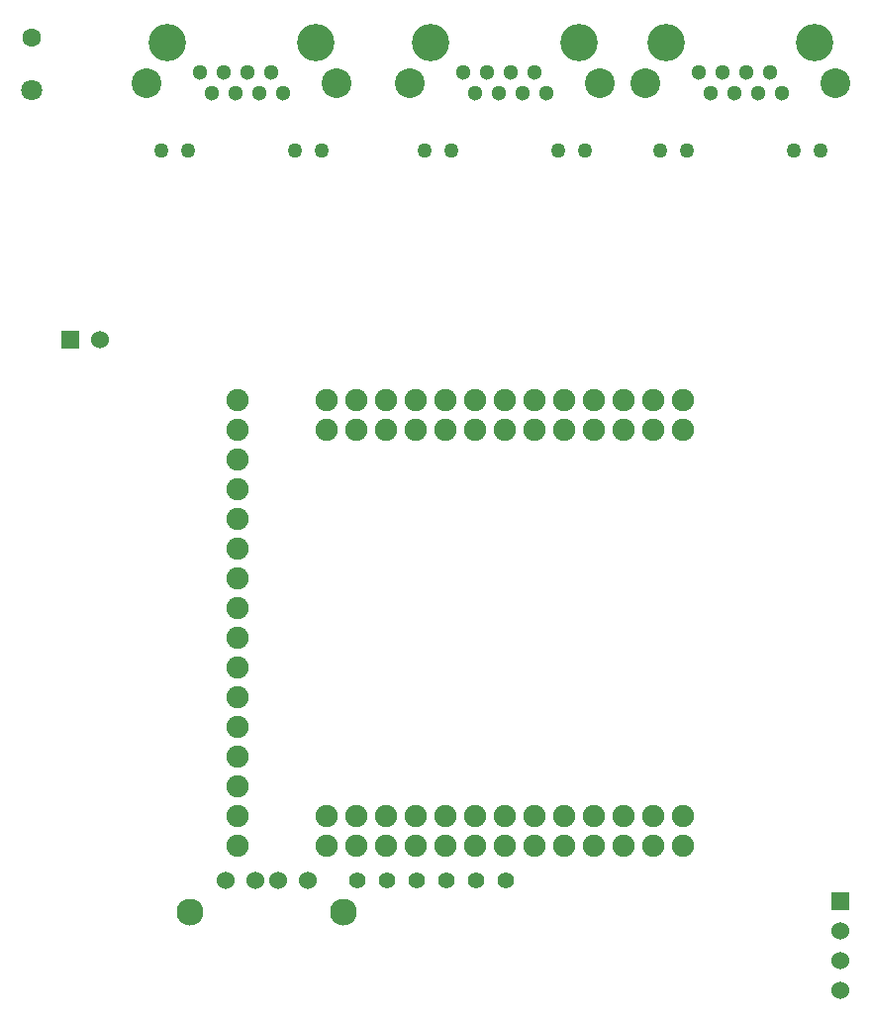
<source format=gbs>
G04 (created by PCBNEW (2013-mar-13)-stable) date Thu 11 Jun 2015 06:02:21 PM CEST*
%MOIN*%
G04 Gerber Fmt 3.4, Leading zero omitted, Abs format*
%FSLAX34Y34*%
G01*
G70*
G90*
G04 APERTURE LIST*
%ADD10C,0.005906*%
%ADD11C,0.051181*%
%ADD12C,0.125984*%
%ADD13C,0.100000*%
%ADD14C,0.050000*%
%ADD15R,0.060000X0.060000*%
%ADD16C,0.060000*%
%ADD17C,0.075000*%
%ADD18C,0.062992*%
%ADD19C,0.070866*%
%ADD20C,0.055100*%
%ADD21C,0.090551*%
G04 APERTURE END LIST*
G54D10*
G54D11*
X49003Y-22812D03*
X50208Y-23512D03*
X49405Y-23512D03*
X48200Y-22812D03*
X48602Y-23512D03*
X49807Y-22812D03*
X51011Y-23512D03*
X50610Y-22812D03*
G54D12*
X52106Y-21812D03*
X47106Y-21812D03*
G54D13*
X52807Y-23162D03*
X46405Y-23162D03*
G54D14*
X52307Y-25426D03*
X51405Y-25426D03*
X47807Y-25426D03*
X46905Y-25426D03*
G54D11*
X57862Y-22812D03*
X59066Y-23512D03*
X58263Y-23512D03*
X57059Y-22812D03*
X57460Y-23512D03*
X58665Y-22812D03*
X59870Y-23512D03*
X59468Y-22812D03*
G54D12*
X60964Y-21812D03*
X55964Y-21812D03*
G54D13*
X61665Y-23162D03*
X55263Y-23162D03*
G54D14*
X61165Y-25426D03*
X60263Y-25426D03*
X56665Y-25426D03*
X55763Y-25426D03*
G54D11*
X65787Y-22812D03*
X66992Y-23512D03*
X66189Y-23512D03*
X64984Y-22812D03*
X65386Y-23512D03*
X66590Y-22812D03*
X67795Y-23512D03*
X67393Y-22812D03*
G54D12*
X68890Y-21812D03*
X63890Y-21812D03*
G54D13*
X69590Y-23162D03*
X63189Y-23162D03*
G54D14*
X69090Y-25426D03*
X68189Y-25426D03*
X64590Y-25426D03*
X63689Y-25426D03*
G54D15*
X43830Y-31800D03*
G54D16*
X44830Y-31800D03*
G54D17*
X52465Y-47840D03*
X52465Y-48840D03*
X53465Y-47840D03*
X53465Y-48840D03*
X54465Y-47840D03*
X54465Y-48840D03*
X55465Y-47840D03*
X55465Y-48840D03*
X56465Y-47840D03*
X56465Y-48840D03*
X57465Y-47840D03*
X57465Y-48840D03*
X58465Y-47840D03*
X58465Y-48840D03*
X59465Y-47840D03*
X59465Y-48840D03*
X60465Y-47840D03*
X60465Y-48840D03*
X61465Y-47840D03*
X61465Y-48840D03*
X62465Y-47840D03*
X62465Y-48840D03*
X63465Y-47840D03*
X63465Y-48840D03*
X64465Y-47840D03*
X64465Y-48840D03*
X52465Y-33840D03*
X52465Y-34840D03*
X53465Y-33840D03*
X53465Y-34840D03*
X54465Y-33840D03*
X54465Y-34840D03*
X55465Y-33840D03*
X55465Y-34840D03*
X56465Y-33840D03*
X56465Y-34840D03*
X57465Y-33840D03*
X57465Y-34840D03*
X58465Y-33840D03*
X58465Y-34840D03*
X59465Y-33840D03*
X59465Y-34840D03*
X60465Y-33840D03*
X60465Y-34840D03*
X61465Y-33840D03*
X61465Y-34840D03*
X62465Y-33840D03*
X62465Y-34840D03*
X63465Y-33840D03*
X63465Y-34840D03*
X64465Y-33840D03*
X64465Y-34840D03*
X49465Y-33840D03*
X49465Y-34840D03*
X49465Y-35840D03*
X49465Y-36840D03*
X49465Y-37840D03*
X49465Y-38840D03*
X49465Y-39840D03*
X49465Y-40840D03*
X49465Y-41840D03*
X49465Y-42840D03*
X49465Y-43840D03*
X49465Y-44840D03*
X49465Y-45840D03*
X49465Y-46840D03*
X49465Y-47840D03*
X49465Y-48840D03*
G54D15*
X69755Y-50720D03*
G54D16*
X69755Y-51720D03*
X69755Y-52720D03*
X69755Y-53720D03*
G54D18*
X42519Y-21653D03*
G54D19*
X42519Y-23424D03*
G54D20*
X58500Y-50000D03*
X57500Y-50000D03*
X56500Y-50000D03*
X55500Y-50000D03*
X54500Y-50000D03*
X53500Y-50000D03*
G54D21*
X47858Y-51058D03*
X53031Y-51058D03*
G54D16*
X51822Y-49995D03*
X50838Y-49995D03*
X50051Y-49995D03*
X49067Y-49995D03*
M02*

</source>
